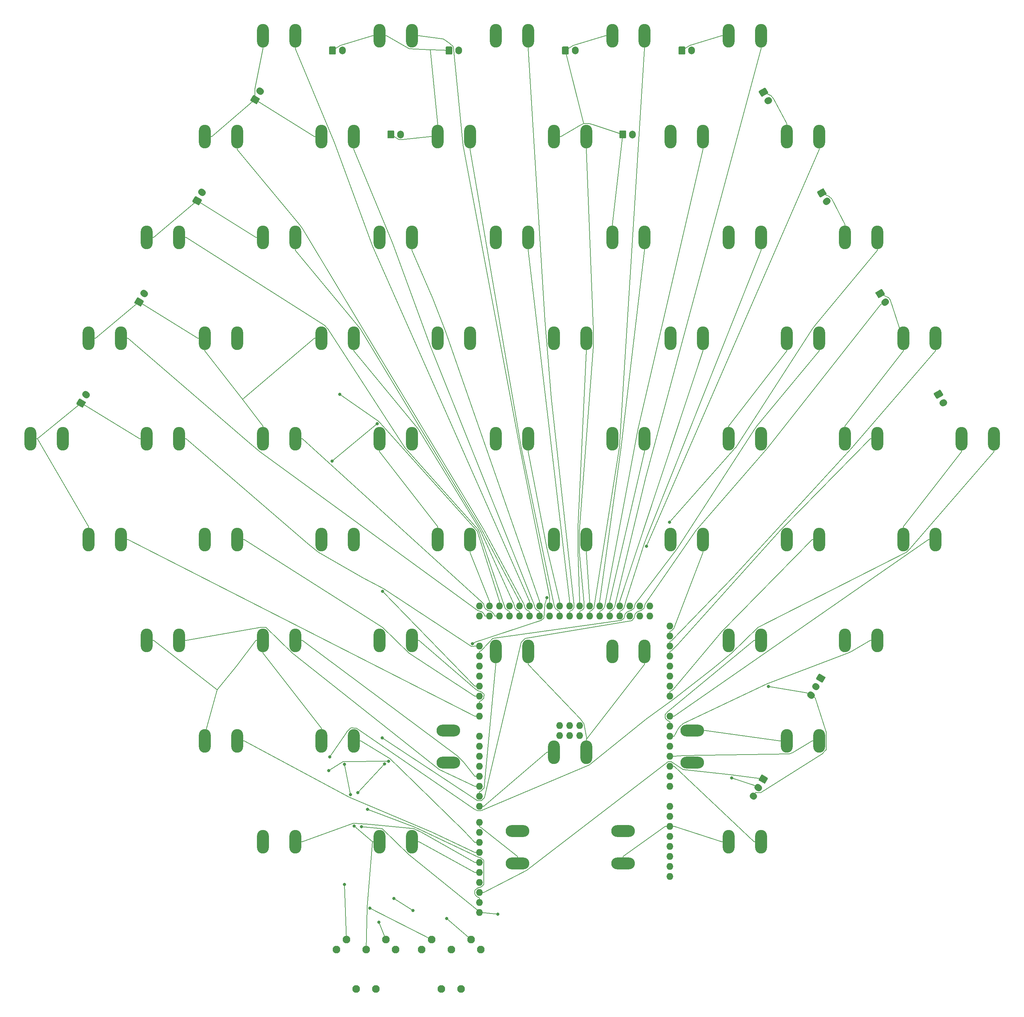
<source format=gbr>
G04 #@! TF.GenerationSoftware,KiCad,Pcbnew,(5.1.5-0-10_14)*
G04 #@! TF.CreationDate,2020-10-18T21:01:40-04:00*
G04 #@! TF.ProjectId,rainboard_newfighter,7261696e-626f-4617-9264-5f6e65776669,rev?*
G04 #@! TF.SameCoordinates,Original*
G04 #@! TF.FileFunction,Copper,L2,Bot*
G04 #@! TF.FilePolarity,Positive*
%FSLAX46Y46*%
G04 Gerber Fmt 4.6, Leading zero omitted, Abs format (unit mm)*
G04 Created by KiCad (PCBNEW (5.1.5-0-10_14)) date 2020-10-18 21:01:40*
%MOMM*%
%LPD*%
G04 APERTURE LIST*
%ADD10O,3.000000X6.000000*%
%ADD11C,1.700000*%
%ADD12C,0.100000*%
%ADD13O,1.700000X2.000000*%
%ADD14C,1.950000*%
%ADD15O,6.000000X3.000000*%
%ADD16O,1.727200X1.727200*%
%ADD17C,0.800000*%
%ADD18C,0.200600*%
G04 APERTURE END LIST*
D10*
X-77842100Y-75235000D03*
X-69642100Y-75235000D03*
X-63093700Y-100780000D03*
X-54893700Y-100780000D03*
X33596800Y-52490000D03*
X25396800Y-52490000D03*
D11*
X61260653Y-89279427D02*
X61044147Y-89154427D01*
X62510653Y-87114364D02*
X62294147Y-86989364D01*
G04 #@! TA.AperFunction,ComponentPad*
D12*
G36*
X63357164Y-83756824D02*
G01*
X63381301Y-83761216D01*
X63404892Y-83767952D01*
X63427709Y-83776969D01*
X63449532Y-83788179D01*
X64705268Y-84513179D01*
X64725887Y-84526473D01*
X64745105Y-84541725D01*
X64762734Y-84558787D01*
X64778606Y-84577495D01*
X64792569Y-84597668D01*
X64804486Y-84619113D01*
X64814245Y-84641623D01*
X64821749Y-84664980D01*
X64826929Y-84688961D01*
X64829733Y-84713334D01*
X64830134Y-84737865D01*
X64828129Y-84762317D01*
X64823737Y-84786454D01*
X64817001Y-84810045D01*
X64807984Y-84832862D01*
X64796774Y-84854685D01*
X64196774Y-85893915D01*
X64183480Y-85914534D01*
X64168228Y-85933751D01*
X64151166Y-85951381D01*
X64132458Y-85967253D01*
X64112285Y-85981216D01*
X64090840Y-85993133D01*
X64068330Y-86002891D01*
X64044973Y-86010396D01*
X64020992Y-86015576D01*
X63996619Y-86018380D01*
X63972088Y-86018781D01*
X63947636Y-86016776D01*
X63923499Y-86012384D01*
X63899908Y-86005648D01*
X63877091Y-85996631D01*
X63855268Y-85985421D01*
X62599532Y-85260421D01*
X62578913Y-85247127D01*
X62559695Y-85231875D01*
X62542066Y-85214813D01*
X62526194Y-85196105D01*
X62512231Y-85175932D01*
X62500314Y-85154487D01*
X62490555Y-85131977D01*
X62483051Y-85108620D01*
X62477871Y-85084639D01*
X62475067Y-85060266D01*
X62474666Y-85035735D01*
X62476671Y-85011283D01*
X62481063Y-84987146D01*
X62487799Y-84963555D01*
X62496816Y-84940738D01*
X62508026Y-84918915D01*
X63108026Y-83879685D01*
X63121320Y-83859066D01*
X63136572Y-83839849D01*
X63153634Y-83822219D01*
X63172342Y-83806347D01*
X63192515Y-83792384D01*
X63213960Y-83780467D01*
X63236470Y-83770709D01*
X63259827Y-83763204D01*
X63283808Y-83758024D01*
X63308181Y-83755220D01*
X63332712Y-83754819D01*
X63357164Y-83756824D01*
G37*
G04 #@! TD.AperFunction*
D11*
X75851853Y-63674227D02*
X75635347Y-63549227D01*
X77101853Y-61509164D02*
X76885347Y-61384164D01*
G04 #@! TA.AperFunction,ComponentPad*
D12*
G36*
X77948364Y-58151624D02*
G01*
X77972501Y-58156016D01*
X77996092Y-58162752D01*
X78018909Y-58171769D01*
X78040732Y-58182979D01*
X79296468Y-58907979D01*
X79317087Y-58921273D01*
X79336305Y-58936525D01*
X79353934Y-58953587D01*
X79369806Y-58972295D01*
X79383769Y-58992468D01*
X79395686Y-59013913D01*
X79405445Y-59036423D01*
X79412949Y-59059780D01*
X79418129Y-59083761D01*
X79420933Y-59108134D01*
X79421334Y-59132665D01*
X79419329Y-59157117D01*
X79414937Y-59181254D01*
X79408201Y-59204845D01*
X79399184Y-59227662D01*
X79387974Y-59249485D01*
X78787974Y-60288715D01*
X78774680Y-60309334D01*
X78759428Y-60328551D01*
X78742366Y-60346181D01*
X78723658Y-60362053D01*
X78703485Y-60376016D01*
X78682040Y-60387933D01*
X78659530Y-60397691D01*
X78636173Y-60405196D01*
X78612192Y-60410376D01*
X78587819Y-60413180D01*
X78563288Y-60413581D01*
X78538836Y-60411576D01*
X78514699Y-60407184D01*
X78491108Y-60400448D01*
X78468291Y-60391431D01*
X78446468Y-60380221D01*
X77190732Y-59655221D01*
X77170113Y-59641927D01*
X77150895Y-59626675D01*
X77133266Y-59609613D01*
X77117394Y-59590905D01*
X77103431Y-59570732D01*
X77091514Y-59549287D01*
X77081755Y-59526777D01*
X77074251Y-59503420D01*
X77069071Y-59479439D01*
X77066267Y-59455066D01*
X77065866Y-59430535D01*
X77067871Y-59406083D01*
X77072263Y-59381946D01*
X77078999Y-59358355D01*
X77088016Y-59335538D01*
X77099226Y-59313715D01*
X77699226Y-58274485D01*
X77712520Y-58253866D01*
X77727772Y-58234649D01*
X77744834Y-58217019D01*
X77763542Y-58201147D01*
X77783715Y-58187184D01*
X77805160Y-58175267D01*
X77827670Y-58165509D01*
X77851027Y-58158004D01*
X77875008Y-58152824D01*
X77899381Y-58150020D01*
X77923912Y-58149619D01*
X77948364Y-58151624D01*
G37*
G04 #@! TD.AperFunction*
D13*
X30541600Y78587600D03*
G04 #@! TA.AperFunction,ComponentPad*
D12*
G36*
X28666104Y79586396D02*
G01*
X28690373Y79582796D01*
X28714171Y79576835D01*
X28737271Y79568570D01*
X28759449Y79558080D01*
X28780493Y79545467D01*
X28800198Y79530853D01*
X28818377Y79514377D01*
X28834853Y79496198D01*
X28849467Y79476493D01*
X28862080Y79455449D01*
X28872570Y79433271D01*
X28880835Y79410171D01*
X28886796Y79386373D01*
X28890396Y79362104D01*
X28891600Y79337600D01*
X28891600Y77837600D01*
X28890396Y77813096D01*
X28886796Y77788827D01*
X28880835Y77765029D01*
X28872570Y77741929D01*
X28862080Y77719751D01*
X28849467Y77698707D01*
X28834853Y77679002D01*
X28818377Y77660823D01*
X28800198Y77644347D01*
X28780493Y77629733D01*
X28759449Y77617120D01*
X28737271Y77606630D01*
X28714171Y77598365D01*
X28690373Y77592404D01*
X28666104Y77588804D01*
X28641600Y77587600D01*
X27441600Y77587600D01*
X27417096Y77588804D01*
X27392827Y77592404D01*
X27369029Y77598365D01*
X27345929Y77606630D01*
X27323751Y77617120D01*
X27302707Y77629733D01*
X27283002Y77644347D01*
X27264823Y77660823D01*
X27248347Y77679002D01*
X27233733Y77698707D01*
X27221120Y77719751D01*
X27210630Y77741929D01*
X27202365Y77765029D01*
X27196404Y77788827D01*
X27192804Y77813096D01*
X27191600Y77837600D01*
X27191600Y79337600D01*
X27192804Y79362104D01*
X27196404Y79386373D01*
X27202365Y79410171D01*
X27210630Y79433271D01*
X27221120Y79455449D01*
X27233733Y79476493D01*
X27248347Y79496198D01*
X27264823Y79514377D01*
X27283002Y79530853D01*
X27302707Y79545467D01*
X27323751Y79558080D01*
X27345929Y79568570D01*
X27369029Y79576835D01*
X27392827Y79582796D01*
X27417096Y79586396D01*
X27441600Y79587600D01*
X28641600Y79587600D01*
X28666104Y79586396D01*
G37*
G04 #@! TD.AperFunction*
D13*
X-28234000Y78587600D03*
G04 #@! TA.AperFunction,ComponentPad*
D12*
G36*
X-30109496Y79586396D02*
G01*
X-30085227Y79582796D01*
X-30061429Y79576835D01*
X-30038329Y79568570D01*
X-30016151Y79558080D01*
X-29995107Y79545467D01*
X-29975402Y79530853D01*
X-29957223Y79514377D01*
X-29940747Y79496198D01*
X-29926133Y79476493D01*
X-29913520Y79455449D01*
X-29903030Y79433271D01*
X-29894765Y79410171D01*
X-29888804Y79386373D01*
X-29885204Y79362104D01*
X-29884000Y79337600D01*
X-29884000Y77837600D01*
X-29885204Y77813096D01*
X-29888804Y77788827D01*
X-29894765Y77765029D01*
X-29903030Y77741929D01*
X-29913520Y77719751D01*
X-29926133Y77698707D01*
X-29940747Y77679002D01*
X-29957223Y77660823D01*
X-29975402Y77644347D01*
X-29995107Y77629733D01*
X-30016151Y77617120D01*
X-30038329Y77606630D01*
X-30061429Y77598365D01*
X-30085227Y77592404D01*
X-30109496Y77588804D01*
X-30134000Y77587600D01*
X-31334000Y77587600D01*
X-31358504Y77588804D01*
X-31382773Y77592404D01*
X-31406571Y77598365D01*
X-31429671Y77606630D01*
X-31451849Y77617120D01*
X-31472893Y77629733D01*
X-31492598Y77644347D01*
X-31510777Y77660823D01*
X-31527253Y77679002D01*
X-31541867Y77698707D01*
X-31554480Y77719751D01*
X-31564970Y77741929D01*
X-31573235Y77765029D01*
X-31579196Y77788827D01*
X-31582796Y77813096D01*
X-31584000Y77837600D01*
X-31584000Y79337600D01*
X-31582796Y79362104D01*
X-31579196Y79386373D01*
X-31573235Y79410171D01*
X-31564970Y79433271D01*
X-31554480Y79455449D01*
X-31541867Y79476493D01*
X-31527253Y79496198D01*
X-31510777Y79514377D01*
X-31492598Y79530853D01*
X-31472893Y79545467D01*
X-31451849Y79558080D01*
X-31429671Y79568570D01*
X-31406571Y79576835D01*
X-31382773Y79582796D01*
X-31358504Y79586396D01*
X-31334000Y79587600D01*
X-30134000Y79587600D01*
X-30109496Y79586396D01*
G37*
G04 #@! TD.AperFunction*
D11*
X109431904Y10609936D02*
X109172096Y10459936D01*
G04 #@! TA.AperFunction,ComponentPad*
D12*
G36*
X108417870Y13844080D02*
G01*
X108442243Y13841276D01*
X108466224Y13836096D01*
X108489582Y13828591D01*
X108512091Y13818833D01*
X108533536Y13806916D01*
X108553709Y13792953D01*
X108572417Y13777081D01*
X108589479Y13759451D01*
X108604731Y13740234D01*
X108618025Y13719615D01*
X109218025Y12680385D01*
X109229235Y12658562D01*
X109238252Y12635745D01*
X109244988Y12612154D01*
X109249380Y12588017D01*
X109251385Y12563565D01*
X109250984Y12539034D01*
X109248180Y12514661D01*
X109243000Y12490680D01*
X109235495Y12467323D01*
X109225737Y12444813D01*
X109213820Y12423368D01*
X109199857Y12403195D01*
X109183985Y12384487D01*
X109166355Y12367425D01*
X109147138Y12352173D01*
X109126519Y12338879D01*
X107827481Y11588879D01*
X107805658Y11577669D01*
X107782841Y11568652D01*
X107759250Y11561916D01*
X107735113Y11557524D01*
X107710661Y11555519D01*
X107686130Y11555920D01*
X107661757Y11558724D01*
X107637776Y11563904D01*
X107614418Y11571409D01*
X107591909Y11581167D01*
X107570464Y11593084D01*
X107550291Y11607047D01*
X107531583Y11622919D01*
X107514521Y11640549D01*
X107499269Y11659766D01*
X107485975Y11680385D01*
X106885975Y12719615D01*
X106874765Y12741438D01*
X106865748Y12764255D01*
X106859012Y12787846D01*
X106854620Y12811983D01*
X106852615Y12836435D01*
X106853016Y12860966D01*
X106855820Y12885339D01*
X106861000Y12909320D01*
X106868505Y12932677D01*
X106878263Y12955187D01*
X106890180Y12976632D01*
X106904143Y12996805D01*
X106920015Y13015513D01*
X106937645Y13032575D01*
X106956862Y13047827D01*
X106977481Y13061121D01*
X108276519Y13811121D01*
X108298342Y13822331D01*
X108321159Y13831348D01*
X108344750Y13838084D01*
X108368887Y13842476D01*
X108393339Y13844481D01*
X108417870Y13844080D01*
G37*
G04 #@! TD.AperFunction*
D11*
X94648704Y36145436D02*
X94388896Y35995436D01*
G04 #@! TA.AperFunction,ComponentPad*
D12*
G36*
X93634670Y39379580D02*
G01*
X93659043Y39376776D01*
X93683024Y39371596D01*
X93706382Y39364091D01*
X93728891Y39354333D01*
X93750336Y39342416D01*
X93770509Y39328453D01*
X93789217Y39312581D01*
X93806279Y39294951D01*
X93821531Y39275734D01*
X93834825Y39255115D01*
X94434825Y38215885D01*
X94446035Y38194062D01*
X94455052Y38171245D01*
X94461788Y38147654D01*
X94466180Y38123517D01*
X94468185Y38099065D01*
X94467784Y38074534D01*
X94464980Y38050161D01*
X94459800Y38026180D01*
X94452295Y38002823D01*
X94442537Y37980313D01*
X94430620Y37958868D01*
X94416657Y37938695D01*
X94400785Y37919987D01*
X94383155Y37902925D01*
X94363938Y37887673D01*
X94343319Y37874379D01*
X93044281Y37124379D01*
X93022458Y37113169D01*
X92999641Y37104152D01*
X92976050Y37097416D01*
X92951913Y37093024D01*
X92927461Y37091019D01*
X92902930Y37091420D01*
X92878557Y37094224D01*
X92854576Y37099404D01*
X92831218Y37106909D01*
X92808709Y37116667D01*
X92787264Y37128584D01*
X92767091Y37142547D01*
X92748383Y37158419D01*
X92731321Y37176049D01*
X92716069Y37195266D01*
X92702775Y37215885D01*
X92102775Y38255115D01*
X92091565Y38276938D01*
X92082548Y38299755D01*
X92075812Y38323346D01*
X92071420Y38347483D01*
X92069415Y38371935D01*
X92069816Y38396466D01*
X92072620Y38420839D01*
X92077800Y38444820D01*
X92085305Y38468177D01*
X92095063Y38490687D01*
X92106980Y38512132D01*
X92120943Y38532305D01*
X92136815Y38551013D01*
X92154445Y38568075D01*
X92173662Y38583327D01*
X92194281Y38596621D01*
X93493319Y39346621D01*
X93515142Y39357831D01*
X93537959Y39366848D01*
X93561550Y39373584D01*
X93585687Y39377976D01*
X93610139Y39379981D01*
X93634670Y39379580D01*
G37*
G04 #@! TD.AperFunction*
D11*
X79865904Y61680836D02*
X79606096Y61530836D01*
G04 #@! TA.AperFunction,ComponentPad*
D12*
G36*
X78851870Y64914980D02*
G01*
X78876243Y64912176D01*
X78900224Y64906996D01*
X78923582Y64899491D01*
X78946091Y64889733D01*
X78967536Y64877816D01*
X78987709Y64863853D01*
X79006417Y64847981D01*
X79023479Y64830351D01*
X79038731Y64811134D01*
X79052025Y64790515D01*
X79652025Y63751285D01*
X79663235Y63729462D01*
X79672252Y63706645D01*
X79678988Y63683054D01*
X79683380Y63658917D01*
X79685385Y63634465D01*
X79684984Y63609934D01*
X79682180Y63585561D01*
X79677000Y63561580D01*
X79669495Y63538223D01*
X79659737Y63515713D01*
X79647820Y63494268D01*
X79633857Y63474095D01*
X79617985Y63455387D01*
X79600355Y63438325D01*
X79581138Y63423073D01*
X79560519Y63409779D01*
X78261481Y62659779D01*
X78239658Y62648569D01*
X78216841Y62639552D01*
X78193250Y62632816D01*
X78169113Y62628424D01*
X78144661Y62626419D01*
X78120130Y62626820D01*
X78095757Y62629624D01*
X78071776Y62634804D01*
X78048418Y62642309D01*
X78025909Y62652067D01*
X78004464Y62663984D01*
X77984291Y62677947D01*
X77965583Y62693819D01*
X77948521Y62711449D01*
X77933269Y62730666D01*
X77919975Y62751285D01*
X77319975Y63790515D01*
X77308765Y63812338D01*
X77299748Y63835155D01*
X77293012Y63858746D01*
X77288620Y63882883D01*
X77286615Y63907335D01*
X77287016Y63931866D01*
X77289820Y63956239D01*
X77295000Y63980220D01*
X77302505Y64003577D01*
X77312263Y64026087D01*
X77324180Y64047532D01*
X77338143Y64067705D01*
X77354015Y64086413D01*
X77371645Y64103475D01*
X77390862Y64118727D01*
X77411481Y64132021D01*
X78710519Y64882021D01*
X78732342Y64893231D01*
X78755159Y64902248D01*
X78778750Y64908984D01*
X78802887Y64913376D01*
X78827339Y64915381D01*
X78851870Y64914980D01*
G37*
G04 #@! TD.AperFunction*
D11*
X65083104Y87216336D02*
X64823296Y87066336D01*
G04 #@! TA.AperFunction,ComponentPad*
D12*
G36*
X64069070Y90450480D02*
G01*
X64093443Y90447676D01*
X64117424Y90442496D01*
X64140782Y90434991D01*
X64163291Y90425233D01*
X64184736Y90413316D01*
X64204909Y90399353D01*
X64223617Y90383481D01*
X64240679Y90365851D01*
X64255931Y90346634D01*
X64269225Y90326015D01*
X64869225Y89286785D01*
X64880435Y89264962D01*
X64889452Y89242145D01*
X64896188Y89218554D01*
X64900580Y89194417D01*
X64902585Y89169965D01*
X64902184Y89145434D01*
X64899380Y89121061D01*
X64894200Y89097080D01*
X64886695Y89073723D01*
X64876937Y89051213D01*
X64865020Y89029768D01*
X64851057Y89009595D01*
X64835185Y88990887D01*
X64817555Y88973825D01*
X64798338Y88958573D01*
X64777719Y88945279D01*
X63478681Y88195279D01*
X63456858Y88184069D01*
X63434041Y88175052D01*
X63410450Y88168316D01*
X63386313Y88163924D01*
X63361861Y88161919D01*
X63337330Y88162320D01*
X63312957Y88165124D01*
X63288976Y88170304D01*
X63265618Y88177809D01*
X63243109Y88187567D01*
X63221664Y88199484D01*
X63201491Y88213447D01*
X63182783Y88229319D01*
X63165721Y88246949D01*
X63150469Y88266166D01*
X63137175Y88286785D01*
X62537175Y89326015D01*
X62525965Y89347838D01*
X62516948Y89370655D01*
X62510212Y89394246D01*
X62505820Y89418383D01*
X62503815Y89442835D01*
X62504216Y89467366D01*
X62507020Y89491739D01*
X62512200Y89515720D01*
X62519705Y89539077D01*
X62529463Y89561587D01*
X62541380Y89583032D01*
X62555343Y89603205D01*
X62571215Y89621913D01*
X62588845Y89638975D01*
X62608062Y89654227D01*
X62628681Y89667521D01*
X63927719Y90417521D01*
X63949542Y90428731D01*
X63972359Y90437748D01*
X63995950Y90444484D01*
X64020087Y90448876D01*
X64044539Y90450881D01*
X64069070Y90450480D01*
G37*
G04 #@! TD.AperFunction*
D13*
X45527600Y99872800D03*
G04 #@! TA.AperFunction,ComponentPad*
D12*
G36*
X43652104Y100871596D02*
G01*
X43676373Y100867996D01*
X43700171Y100862035D01*
X43723271Y100853770D01*
X43745449Y100843280D01*
X43766493Y100830667D01*
X43786198Y100816053D01*
X43804377Y100799577D01*
X43820853Y100781398D01*
X43835467Y100761693D01*
X43848080Y100740649D01*
X43858570Y100718471D01*
X43866835Y100695371D01*
X43872796Y100671573D01*
X43876396Y100647304D01*
X43877600Y100622800D01*
X43877600Y99122800D01*
X43876396Y99098296D01*
X43872796Y99074027D01*
X43866835Y99050229D01*
X43858570Y99027129D01*
X43848080Y99004951D01*
X43835467Y98983907D01*
X43820853Y98964202D01*
X43804377Y98946023D01*
X43786198Y98929547D01*
X43766493Y98914933D01*
X43745449Y98902320D01*
X43723271Y98891830D01*
X43700171Y98883565D01*
X43676373Y98877604D01*
X43652104Y98874004D01*
X43627600Y98872800D01*
X42427600Y98872800D01*
X42403096Y98874004D01*
X42378827Y98877604D01*
X42355029Y98883565D01*
X42331929Y98891830D01*
X42309751Y98902320D01*
X42288707Y98914933D01*
X42269002Y98929547D01*
X42250823Y98946023D01*
X42234347Y98964202D01*
X42219733Y98983907D01*
X42207120Y99004951D01*
X42196630Y99027129D01*
X42188365Y99050229D01*
X42182404Y99074027D01*
X42178804Y99098296D01*
X42177600Y99122800D01*
X42177600Y100622800D01*
X42178804Y100647304D01*
X42182404Y100671573D01*
X42188365Y100695371D01*
X42196630Y100718471D01*
X42207120Y100740649D01*
X42219733Y100761693D01*
X42234347Y100781398D01*
X42250823Y100799577D01*
X42269002Y100816053D01*
X42288707Y100830667D01*
X42309751Y100843280D01*
X42331929Y100853770D01*
X42355029Y100862035D01*
X42378827Y100867996D01*
X42403096Y100871596D01*
X42427600Y100872800D01*
X43627600Y100872800D01*
X43652104Y100871596D01*
G37*
G04 #@! TD.AperFunction*
D13*
X16012800Y99872800D03*
G04 #@! TA.AperFunction,ComponentPad*
D12*
G36*
X14137304Y100871596D02*
G01*
X14161573Y100867996D01*
X14185371Y100862035D01*
X14208471Y100853770D01*
X14230649Y100843280D01*
X14251693Y100830667D01*
X14271398Y100816053D01*
X14289577Y100799577D01*
X14306053Y100781398D01*
X14320667Y100761693D01*
X14333280Y100740649D01*
X14343770Y100718471D01*
X14352035Y100695371D01*
X14357996Y100671573D01*
X14361596Y100647304D01*
X14362800Y100622800D01*
X14362800Y99122800D01*
X14361596Y99098296D01*
X14357996Y99074027D01*
X14352035Y99050229D01*
X14343770Y99027129D01*
X14333280Y99004951D01*
X14320667Y98983907D01*
X14306053Y98964202D01*
X14289577Y98946023D01*
X14271398Y98929547D01*
X14251693Y98914933D01*
X14230649Y98902320D01*
X14208471Y98891830D01*
X14185371Y98883565D01*
X14161573Y98877604D01*
X14137304Y98874004D01*
X14112800Y98872800D01*
X12912800Y98872800D01*
X12888296Y98874004D01*
X12864027Y98877604D01*
X12840229Y98883565D01*
X12817129Y98891830D01*
X12794951Y98902320D01*
X12773907Y98914933D01*
X12754202Y98929547D01*
X12736023Y98946023D01*
X12719547Y98964202D01*
X12704933Y98983907D01*
X12692320Y99004951D01*
X12681830Y99027129D01*
X12673565Y99050229D01*
X12667604Y99074027D01*
X12664004Y99098296D01*
X12662800Y99122800D01*
X12662800Y100622800D01*
X12664004Y100647304D01*
X12667604Y100671573D01*
X12673565Y100695371D01*
X12681830Y100718471D01*
X12692320Y100740649D01*
X12704933Y100761693D01*
X12719547Y100781398D01*
X12736023Y100799577D01*
X12754202Y100816053D01*
X12773907Y100830667D01*
X12794951Y100843280D01*
X12817129Y100853770D01*
X12840229Y100862035D01*
X12864027Y100867996D01*
X12888296Y100871596D01*
X12912800Y100872800D01*
X14112800Y100872800D01*
X14137304Y100871596D01*
G37*
G04 #@! TD.AperFunction*
D13*
X-13502000Y99872800D03*
G04 #@! TA.AperFunction,ComponentPad*
D12*
G36*
X-15377496Y100871596D02*
G01*
X-15353227Y100867996D01*
X-15329429Y100862035D01*
X-15306329Y100853770D01*
X-15284151Y100843280D01*
X-15263107Y100830667D01*
X-15243402Y100816053D01*
X-15225223Y100799577D01*
X-15208747Y100781398D01*
X-15194133Y100761693D01*
X-15181520Y100740649D01*
X-15171030Y100718471D01*
X-15162765Y100695371D01*
X-15156804Y100671573D01*
X-15153204Y100647304D01*
X-15152000Y100622800D01*
X-15152000Y99122800D01*
X-15153204Y99098296D01*
X-15156804Y99074027D01*
X-15162765Y99050229D01*
X-15171030Y99027129D01*
X-15181520Y99004951D01*
X-15194133Y98983907D01*
X-15208747Y98964202D01*
X-15225223Y98946023D01*
X-15243402Y98929547D01*
X-15263107Y98914933D01*
X-15284151Y98902320D01*
X-15306329Y98891830D01*
X-15329429Y98883565D01*
X-15353227Y98877604D01*
X-15377496Y98874004D01*
X-15402000Y98872800D01*
X-16602000Y98872800D01*
X-16626504Y98874004D01*
X-16650773Y98877604D01*
X-16674571Y98883565D01*
X-16697671Y98891830D01*
X-16719849Y98902320D01*
X-16740893Y98914933D01*
X-16760598Y98929547D01*
X-16778777Y98946023D01*
X-16795253Y98964202D01*
X-16809867Y98983907D01*
X-16822480Y99004951D01*
X-16832970Y99027129D01*
X-16841235Y99050229D01*
X-16847196Y99074027D01*
X-16850796Y99098296D01*
X-16852000Y99122800D01*
X-16852000Y100622800D01*
X-16850796Y100647304D01*
X-16847196Y100671573D01*
X-16841235Y100695371D01*
X-16832970Y100718471D01*
X-16822480Y100740649D01*
X-16809867Y100761693D01*
X-16795253Y100781398D01*
X-16778777Y100799577D01*
X-16760598Y100816053D01*
X-16740893Y100830667D01*
X-16719849Y100843280D01*
X-16697671Y100853770D01*
X-16674571Y100862035D01*
X-16650773Y100867996D01*
X-16626504Y100871596D01*
X-16602000Y100872800D01*
X-15402000Y100872800D01*
X-15377496Y100871596D01*
G37*
G04 #@! TD.AperFunction*
D13*
X-43016800Y99872800D03*
G04 #@! TA.AperFunction,ComponentPad*
D12*
G36*
X-44892296Y100871596D02*
G01*
X-44868027Y100867996D01*
X-44844229Y100862035D01*
X-44821129Y100853770D01*
X-44798951Y100843280D01*
X-44777907Y100830667D01*
X-44758202Y100816053D01*
X-44740023Y100799577D01*
X-44723547Y100781398D01*
X-44708933Y100761693D01*
X-44696320Y100740649D01*
X-44685830Y100718471D01*
X-44677565Y100695371D01*
X-44671604Y100671573D01*
X-44668004Y100647304D01*
X-44666800Y100622800D01*
X-44666800Y99122800D01*
X-44668004Y99098296D01*
X-44671604Y99074027D01*
X-44677565Y99050229D01*
X-44685830Y99027129D01*
X-44696320Y99004951D01*
X-44708933Y98983907D01*
X-44723547Y98964202D01*
X-44740023Y98946023D01*
X-44758202Y98929547D01*
X-44777907Y98914933D01*
X-44798951Y98902320D01*
X-44821129Y98891830D01*
X-44844229Y98883565D01*
X-44868027Y98877604D01*
X-44892296Y98874004D01*
X-44916800Y98872800D01*
X-46116800Y98872800D01*
X-46141304Y98874004D01*
X-46165573Y98877604D01*
X-46189371Y98883565D01*
X-46212471Y98891830D01*
X-46234649Y98902320D01*
X-46255693Y98914933D01*
X-46275398Y98929547D01*
X-46293577Y98946023D01*
X-46310053Y98964202D01*
X-46324667Y98983907D01*
X-46337280Y99004951D01*
X-46347770Y99027129D01*
X-46356035Y99050229D01*
X-46361996Y99074027D01*
X-46365596Y99098296D01*
X-46366800Y99122800D01*
X-46366800Y100622800D01*
X-46365596Y100647304D01*
X-46361996Y100671573D01*
X-46356035Y100695371D01*
X-46347770Y100718471D01*
X-46337280Y100740649D01*
X-46324667Y100761693D01*
X-46310053Y100781398D01*
X-46293577Y100799577D01*
X-46275398Y100816053D01*
X-46255693Y100830667D01*
X-46234649Y100843280D01*
X-46212471Y100853770D01*
X-46189371Y100862035D01*
X-46165573Y100867996D01*
X-46141304Y100871596D01*
X-46116800Y100872800D01*
X-44916800Y100872800D01*
X-44892296Y100871596D01*
G37*
G04 #@! TD.AperFunction*
D11*
X-64005504Y89666864D02*
X-63745696Y89516864D01*
G04 #@! TA.AperFunction,ComponentPad*
D12*
G36*
X-65442487Y88569276D02*
G01*
X-65418350Y88564884D01*
X-65394759Y88558148D01*
X-65371942Y88549131D01*
X-65350119Y88537921D01*
X-64051081Y87787921D01*
X-64030462Y87774627D01*
X-64011245Y87759375D01*
X-63993615Y87742313D01*
X-63977743Y87723605D01*
X-63963780Y87703432D01*
X-63951863Y87681987D01*
X-63942105Y87659478D01*
X-63934600Y87636120D01*
X-63929420Y87612139D01*
X-63926616Y87587766D01*
X-63926215Y87563235D01*
X-63928220Y87538783D01*
X-63932612Y87514646D01*
X-63939348Y87491055D01*
X-63948365Y87468238D01*
X-63959575Y87446415D01*
X-64559575Y86407185D01*
X-64572869Y86386566D01*
X-64588121Y86367349D01*
X-64605183Y86349719D01*
X-64623891Y86333847D01*
X-64644064Y86319884D01*
X-64665509Y86307967D01*
X-64688019Y86298209D01*
X-64711376Y86290704D01*
X-64735357Y86285524D01*
X-64759730Y86282720D01*
X-64784261Y86282319D01*
X-64808713Y86284324D01*
X-64832850Y86288716D01*
X-64856441Y86295452D01*
X-64879258Y86304469D01*
X-64901081Y86315679D01*
X-66200119Y87065679D01*
X-66220738Y87078973D01*
X-66239955Y87094225D01*
X-66257585Y87111287D01*
X-66273457Y87129995D01*
X-66287420Y87150168D01*
X-66299337Y87171613D01*
X-66309095Y87194122D01*
X-66316600Y87217480D01*
X-66321780Y87241461D01*
X-66324584Y87265834D01*
X-66324985Y87290365D01*
X-66322980Y87314817D01*
X-66318588Y87338954D01*
X-66311852Y87362545D01*
X-66302835Y87385362D01*
X-66291625Y87407185D01*
X-65691625Y88446415D01*
X-65678331Y88467034D01*
X-65663079Y88486251D01*
X-65646017Y88503881D01*
X-65627309Y88519753D01*
X-65607136Y88533716D01*
X-65585691Y88545633D01*
X-65563181Y88555391D01*
X-65539824Y88562896D01*
X-65515843Y88568076D01*
X-65491470Y88570880D01*
X-65466939Y88571281D01*
X-65442487Y88569276D01*
G37*
G04 #@! TD.AperFunction*
D11*
X-78703604Y64012864D02*
X-78443796Y63862864D01*
G04 #@! TA.AperFunction,ComponentPad*
D12*
G36*
X-80140587Y62915276D02*
G01*
X-80116450Y62910884D01*
X-80092859Y62904148D01*
X-80070042Y62895131D01*
X-80048219Y62883921D01*
X-78749181Y62133921D01*
X-78728562Y62120627D01*
X-78709345Y62105375D01*
X-78691715Y62088313D01*
X-78675843Y62069605D01*
X-78661880Y62049432D01*
X-78649963Y62027987D01*
X-78640205Y62005478D01*
X-78632700Y61982120D01*
X-78627520Y61958139D01*
X-78624716Y61933766D01*
X-78624315Y61909235D01*
X-78626320Y61884783D01*
X-78630712Y61860646D01*
X-78637448Y61837055D01*
X-78646465Y61814238D01*
X-78657675Y61792415D01*
X-79257675Y60753185D01*
X-79270969Y60732566D01*
X-79286221Y60713349D01*
X-79303283Y60695719D01*
X-79321991Y60679847D01*
X-79342164Y60665884D01*
X-79363609Y60653967D01*
X-79386119Y60644209D01*
X-79409476Y60636704D01*
X-79433457Y60631524D01*
X-79457830Y60628720D01*
X-79482361Y60628319D01*
X-79506813Y60630324D01*
X-79530950Y60634716D01*
X-79554541Y60641452D01*
X-79577358Y60650469D01*
X-79599181Y60661679D01*
X-80898219Y61411679D01*
X-80918838Y61424973D01*
X-80938055Y61440225D01*
X-80955685Y61457287D01*
X-80971557Y61475995D01*
X-80985520Y61496168D01*
X-80997437Y61517613D01*
X-81007195Y61540122D01*
X-81014700Y61563480D01*
X-81019880Y61587461D01*
X-81022684Y61611834D01*
X-81023085Y61636365D01*
X-81021080Y61660817D01*
X-81016688Y61684954D01*
X-81009952Y61708545D01*
X-81000935Y61731362D01*
X-80989725Y61753185D01*
X-80389725Y62792415D01*
X-80376431Y62813034D01*
X-80361179Y62832251D01*
X-80344117Y62849881D01*
X-80325409Y62865753D01*
X-80305236Y62879716D01*
X-80283791Y62891633D01*
X-80261281Y62901391D01*
X-80237924Y62908896D01*
X-80213943Y62914076D01*
X-80189570Y62916880D01*
X-80165039Y62917281D01*
X-80140587Y62915276D01*
G37*
G04 #@! TD.AperFunction*
D11*
X-93401804Y38358864D02*
X-93141996Y38208864D01*
G04 #@! TA.AperFunction,ComponentPad*
D12*
G36*
X-94838787Y37261276D02*
G01*
X-94814650Y37256884D01*
X-94791059Y37250148D01*
X-94768242Y37241131D01*
X-94746419Y37229921D01*
X-93447381Y36479921D01*
X-93426762Y36466627D01*
X-93407545Y36451375D01*
X-93389915Y36434313D01*
X-93374043Y36415605D01*
X-93360080Y36395432D01*
X-93348163Y36373987D01*
X-93338405Y36351478D01*
X-93330900Y36328120D01*
X-93325720Y36304139D01*
X-93322916Y36279766D01*
X-93322515Y36255235D01*
X-93324520Y36230783D01*
X-93328912Y36206646D01*
X-93335648Y36183055D01*
X-93344665Y36160238D01*
X-93355875Y36138415D01*
X-93955875Y35099185D01*
X-93969169Y35078566D01*
X-93984421Y35059349D01*
X-94001483Y35041719D01*
X-94020191Y35025847D01*
X-94040364Y35011884D01*
X-94061809Y34999967D01*
X-94084319Y34990209D01*
X-94107676Y34982704D01*
X-94131657Y34977524D01*
X-94156030Y34974720D01*
X-94180561Y34974319D01*
X-94205013Y34976324D01*
X-94229150Y34980716D01*
X-94252741Y34987452D01*
X-94275558Y34996469D01*
X-94297381Y35007679D01*
X-95596419Y35757679D01*
X-95617038Y35770973D01*
X-95636255Y35786225D01*
X-95653885Y35803287D01*
X-95669757Y35821995D01*
X-95683720Y35842168D01*
X-95695637Y35863613D01*
X-95705395Y35886122D01*
X-95712900Y35909480D01*
X-95718080Y35933461D01*
X-95720884Y35957834D01*
X-95721285Y35982365D01*
X-95719280Y36006817D01*
X-95714888Y36030954D01*
X-95708152Y36054545D01*
X-95699135Y36077362D01*
X-95687925Y36099185D01*
X-95087925Y37138415D01*
X-95074631Y37159034D01*
X-95059379Y37178251D01*
X-95042317Y37195881D01*
X-95023609Y37211753D01*
X-95003436Y37225716D01*
X-94981991Y37237633D01*
X-94959481Y37247391D01*
X-94936124Y37254896D01*
X-94912143Y37260076D01*
X-94887770Y37262880D01*
X-94863239Y37263281D01*
X-94838787Y37261276D01*
G37*
G04 #@! TD.AperFunction*
D11*
X-108099904Y12704864D02*
X-107840096Y12554864D01*
G04 #@! TA.AperFunction,ComponentPad*
D12*
G36*
X-109536887Y11607276D02*
G01*
X-109512750Y11602884D01*
X-109489159Y11596148D01*
X-109466342Y11587131D01*
X-109444519Y11575921D01*
X-108145481Y10825921D01*
X-108124862Y10812627D01*
X-108105645Y10797375D01*
X-108088015Y10780313D01*
X-108072143Y10761605D01*
X-108058180Y10741432D01*
X-108046263Y10719987D01*
X-108036505Y10697478D01*
X-108029000Y10674120D01*
X-108023820Y10650139D01*
X-108021016Y10625766D01*
X-108020615Y10601235D01*
X-108022620Y10576783D01*
X-108027012Y10552646D01*
X-108033748Y10529055D01*
X-108042765Y10506238D01*
X-108053975Y10484415D01*
X-108653975Y9445185D01*
X-108667269Y9424566D01*
X-108682521Y9405349D01*
X-108699583Y9387719D01*
X-108718291Y9371847D01*
X-108738464Y9357884D01*
X-108759909Y9345967D01*
X-108782419Y9336209D01*
X-108805776Y9328704D01*
X-108829757Y9323524D01*
X-108854130Y9320720D01*
X-108878661Y9320319D01*
X-108903113Y9322324D01*
X-108927250Y9326716D01*
X-108950841Y9333452D01*
X-108973658Y9342469D01*
X-108995481Y9353679D01*
X-110294519Y10103679D01*
X-110315138Y10116973D01*
X-110334355Y10132225D01*
X-110351985Y10149287D01*
X-110367857Y10167995D01*
X-110381820Y10188168D01*
X-110393737Y10209613D01*
X-110403495Y10232122D01*
X-110411000Y10255480D01*
X-110416180Y10279461D01*
X-110418984Y10303834D01*
X-110419385Y10328365D01*
X-110417380Y10352817D01*
X-110412988Y10376954D01*
X-110406252Y10400545D01*
X-110397235Y10423362D01*
X-110386025Y10445185D01*
X-109786025Y11484415D01*
X-109772731Y11505034D01*
X-109757479Y11524251D01*
X-109740417Y11541881D01*
X-109721709Y11557753D01*
X-109701536Y11571716D01*
X-109680091Y11583633D01*
X-109657581Y11593391D01*
X-109634224Y11600896D01*
X-109610243Y11606076D01*
X-109585870Y11608880D01*
X-109561339Y11609281D01*
X-109536887Y11607276D01*
G37*
G04 #@! TD.AperFunction*
D14*
X-34500000Y-138100000D03*
X-39500000Y-138100000D03*
X-44500000Y-128100000D03*
X-42000000Y-125600000D03*
X-29500000Y-128100000D03*
X-32000000Y-125600000D03*
X-37000000Y-128100000D03*
X-12900000Y-138100000D03*
X-17900000Y-138100000D03*
X-22900000Y-128100000D03*
X-20400000Y-125600000D03*
X-7900000Y-128100000D03*
X-10400000Y-125600000D03*
X-15400000Y-128100000D03*
D15*
X28096800Y-106280000D03*
X28096800Y-98080000D03*
X1400000Y-98080000D03*
X1400000Y-106280000D03*
X-16148400Y-80735000D03*
X-16148400Y-72535000D03*
X45645200Y-72535000D03*
X45645200Y-80735000D03*
D10*
X40145200Y-24145000D03*
X48345200Y-24145000D03*
X-18848400Y-24145000D03*
X-10648400Y-24145000D03*
X4100000Y-52490000D03*
X-4100000Y-52490000D03*
X10648400Y-24145000D03*
X18848400Y-24145000D03*
X-63093700Y103580000D03*
X-54893700Y103580000D03*
X-33596800Y103580000D03*
X-25396800Y103580000D03*
X-4100000Y103580000D03*
X4100000Y103580000D03*
X25396800Y103580000D03*
X33596800Y103580000D03*
X54893700Y103580000D03*
X63093700Y103580000D03*
X-77842100Y78035000D03*
X-69642100Y78035000D03*
X-48345200Y78035000D03*
X-40145200Y78035000D03*
X-18848400Y78035000D03*
X-10648400Y78035000D03*
X10648400Y78035000D03*
X18848400Y78035000D03*
X40145200Y78035000D03*
X48345200Y78035000D03*
X69642100Y78035000D03*
X77842100Y78035000D03*
X-92590500Y52490000D03*
X-84390500Y52490000D03*
X-63093700Y52490000D03*
X-54893700Y52490000D03*
X-33596800Y52490000D03*
X-25396800Y52490000D03*
X-4100000Y52490000D03*
X4100000Y52490000D03*
X25396800Y52490000D03*
X33596800Y52490000D03*
X54893700Y52490000D03*
X63093700Y52490000D03*
X84390500Y52490000D03*
X92590500Y52490000D03*
X-107339000Y26945000D03*
X-99139000Y26945000D03*
X-77842100Y26945000D03*
X-69642100Y26945000D03*
X-48345200Y26945000D03*
X-40145200Y26945000D03*
X-18848400Y26945000D03*
X-10648400Y26945000D03*
X10648400Y26945000D03*
X18848400Y26945000D03*
X40145200Y26945000D03*
X48345200Y26945000D03*
X69642100Y26945000D03*
X77842100Y26945000D03*
X99139000Y26945000D03*
X107339000Y26945000D03*
X-122087000Y1400000D03*
X-113887000Y1400000D03*
X-92590500Y1400000D03*
X-84390500Y1400000D03*
X-63093700Y1400000D03*
X-54893700Y1400000D03*
X-33596800Y1400000D03*
X-25396800Y1400000D03*
X-4100000Y1400000D03*
X4100000Y1400000D03*
X25396800Y1400000D03*
X33596800Y1400000D03*
X54893700Y1400000D03*
X63093700Y1400000D03*
X84390500Y1400000D03*
X92590500Y1400000D03*
X113887000Y1400000D03*
X122087000Y1400000D03*
X-107339000Y-24145000D03*
X-99139000Y-24145000D03*
X-77842100Y-24145000D03*
X-69642100Y-24145000D03*
X-48345200Y-24145000D03*
X-40145200Y-24145000D03*
X69642100Y-24145000D03*
X77842100Y-24145000D03*
X99139000Y-24145000D03*
X107339000Y-24145000D03*
X-92590500Y-49690000D03*
X-84390500Y-49690000D03*
X-63093700Y-49690000D03*
X-54893700Y-49690000D03*
X-33596800Y-49690000D03*
X-25396800Y-49690000D03*
X54893700Y-49690000D03*
X63093700Y-49690000D03*
X84390500Y-49690000D03*
X92590500Y-49690000D03*
X-48345200Y-75235000D03*
X-40145200Y-75235000D03*
X18848400Y-78035000D03*
X10648400Y-78035000D03*
X69642100Y-75235000D03*
X77842100Y-75235000D03*
X-33596800Y-100780000D03*
X-25396800Y-100780000D03*
X54893700Y-100780000D03*
X63093700Y-100780000D03*
D16*
X12020000Y-73873000D03*
X34880000Y-40980000D03*
X34880000Y-43520000D03*
X32340000Y-40980000D03*
X32340000Y-43520000D03*
X29800000Y-40980000D03*
X29800000Y-43520000D03*
X27260000Y-40980000D03*
X27260000Y-43520000D03*
X24720000Y-40980000D03*
X24720000Y-43520000D03*
X22180000Y-40980000D03*
X22180000Y-43520000D03*
X19640000Y-40980000D03*
X19640000Y-43520000D03*
X17100000Y-40980000D03*
X17100000Y-43520000D03*
X14560000Y-40980000D03*
X14560000Y-43520000D03*
X12020000Y-40980000D03*
X12020000Y-43520000D03*
X9480000Y-40980000D03*
X9480000Y-43520000D03*
X6940000Y-40980000D03*
X6940000Y-43520000D03*
X4400000Y-40980000D03*
X4400000Y-43520000D03*
X1860000Y-40980000D03*
X1860000Y-43520000D03*
X-680000Y-40980000D03*
X-680000Y-43520000D03*
X-3220000Y-40980000D03*
X-3220000Y-43520000D03*
X-5760000Y-40980000D03*
X-5760000Y-43520000D03*
X-8300000Y-40980000D03*
X-8300000Y-43520000D03*
X39960000Y-46060000D03*
X39960000Y-48600000D03*
X39960000Y-51140000D03*
X39960000Y-53680000D03*
X39960000Y-56220000D03*
X39960000Y-58760000D03*
X39960000Y-61300000D03*
X39960000Y-63840000D03*
X39960000Y-68920000D03*
X39960000Y-71460000D03*
X39960000Y-74000000D03*
X39960000Y-76540000D03*
X39960000Y-79080000D03*
X39960000Y-81620000D03*
X39960000Y-84160000D03*
X39960000Y-109560000D03*
X-8300000Y-103464000D03*
X-8300000Y-106004000D03*
X-8300000Y-108544000D03*
X-8300000Y-113624000D03*
X-8300000Y-116164000D03*
X-8300000Y-118704000D03*
X-8300000Y-100924000D03*
X-8300000Y-98384000D03*
X-8300000Y-95844000D03*
X-8300000Y-111084000D03*
X-8300000Y-91780000D03*
X-8300000Y-89240000D03*
X-8300000Y-86700000D03*
X-8300000Y-84160000D03*
X-8300000Y-81620000D03*
X-8300000Y-79080000D03*
X-8300000Y-76540000D03*
X-8300000Y-74000000D03*
X-8300000Y-68920000D03*
X-8300000Y-66380000D03*
X-8300000Y-63840000D03*
X-8300000Y-61300000D03*
X-8300000Y-58760000D03*
X-8300000Y-56220000D03*
X-8300000Y-53680000D03*
X-8300000Y-51140000D03*
X39960000Y-107020000D03*
X39960000Y-104480000D03*
X39960000Y-101940000D03*
X39960000Y-99400000D03*
X39960000Y-96860000D03*
X39960000Y-94320000D03*
X39960000Y-91780000D03*
X39960000Y-86700000D03*
X12020000Y-71333000D03*
X14560000Y-73873000D03*
X14560000Y-71333000D03*
X17100000Y-71333000D03*
X17100000Y-73873000D03*
D17*
X-40009800Y-96802100D03*
X34090900Y-25821600D03*
X-46184900Y-79272800D03*
X-32834100Y-37288900D03*
X39864900Y-19705500D03*
X-43623800Y12654800D03*
X55649100Y-84625000D03*
X-42517400Y-81108500D03*
X-40916300Y-88807900D03*
X-38184400Y-96983700D03*
X-3579700Y-119160400D03*
X-36669000Y-92569400D03*
X-33721000Y-121156800D03*
X-39115500Y-88340000D03*
X-32316000Y-81074700D03*
X-16559600Y-120263300D03*
X-42461300Y-111570300D03*
X-10044800Y-50585700D03*
X8844100Y-38868600D03*
X-32948900Y-74422300D03*
X-31272800Y-80361500D03*
X-46468700Y-82770100D03*
X64931100Y-61414300D03*
X-34186300Y5250500D03*
X-45648800Y-4241200D03*
X-36044100Y-117576300D03*
X-25089400Y-118198000D03*
X-29982600Y-115136000D03*
D18*
X-54893700Y103580000D02*
X-54893700Y100301600D01*
X4400000Y-40980000D02*
X4400000Y-39838000D01*
X4400000Y-39838000D02*
X-35361500Y50260700D01*
X-35361500Y50260700D02*
X-44990800Y76547000D01*
X-44990800Y76547000D02*
X-54893700Y100301600D01*
X54893700Y103580000D02*
X53115300Y103580000D01*
X43027600Y99872800D02*
X45063900Y101138500D01*
X45063900Y101138500D02*
X53115300Y103580000D01*
X25396800Y103580000D02*
X23618400Y103580000D01*
X23618400Y103580000D02*
X15549200Y101138500D01*
X15549200Y101138500D02*
X13512800Y99872800D01*
X13512800Y99872800D02*
X18172300Y81323500D01*
X-20704400Y100027700D02*
X-20733400Y100024800D01*
X-20733400Y100024800D02*
X-20737500Y100066000D01*
X-20737500Y100066000D02*
X-21029400Y100037000D01*
X-21029400Y100037000D02*
X-26082500Y100284100D01*
X-26082500Y100284100D02*
X-31818400Y103580000D01*
X-16002000Y99872800D02*
X-20440600Y100053800D01*
X-20440600Y100053800D02*
X-20704400Y100027700D01*
X-20704400Y100027700D02*
X-18848400Y81313400D01*
X-18848400Y78035000D02*
X-20626800Y78035000D01*
X-30734000Y78587600D02*
X-28670600Y77305000D01*
X-28670600Y77305000D02*
X-27836900Y77309100D01*
X-27836900Y77309100D02*
X-20626800Y78035000D01*
X-18848400Y78035000D02*
X-18848400Y81313400D01*
X99139000Y26417100D02*
X96303200Y35283200D01*
X96303200Y35283200D02*
X95791900Y36730000D01*
X95791900Y36730000D02*
X95333800Y37210200D01*
X95333800Y37210200D02*
X95117200Y37348500D01*
X95117200Y37348500D02*
X93268800Y38235500D01*
X99139000Y26417100D02*
X99139000Y23666600D01*
X99139000Y26945000D02*
X99139000Y26417100D01*
X69642100Y78035000D02*
X69642100Y81313400D01*
X69642100Y81313400D02*
X66273700Y87709600D01*
X66273700Y87709600D02*
X65520400Y88462900D01*
X65520400Y88462900D02*
X63703200Y89306400D01*
X-92590500Y52490000D02*
X-90812100Y52490000D01*
X-90812100Y52490000D02*
X-79823700Y61772800D01*
X-107339000Y-24145000D02*
X-107339000Y-20866600D01*
X-107339000Y-20866600D02*
X-107339200Y-20866600D01*
X-107339200Y-20866600D02*
X-120308600Y1400000D01*
X45645200Y-72535000D02*
X48923600Y-72535000D01*
X69642100Y-75235000D02*
X67863700Y-75235000D01*
X67863700Y-75235000D02*
X48923600Y-72535000D01*
X18172300Y81323500D02*
X19535800Y81313300D01*
X19535800Y81313300D02*
X20448900Y81089200D01*
X20448900Y81089200D02*
X28041600Y78587600D01*
X12426800Y78035000D02*
X17258200Y80916000D01*
X17258200Y80916000D02*
X18172300Y81323500D01*
X10648400Y78035000D02*
X12426800Y78035000D01*
X-48345200Y-71956600D02*
X-63093700Y-52968400D01*
X-33596800Y103580000D02*
X-35375200Y103580000D01*
X-45516800Y99872800D02*
X-43480400Y101138600D01*
X-43480400Y101138600D02*
X-35375200Y103580000D01*
X-33596800Y103580000D02*
X-31818400Y103580000D01*
X-48345200Y26945000D02*
X-50123600Y26945000D01*
X-68331400Y11421600D02*
X-63093900Y4678400D01*
X-63093900Y4678400D02*
X-63093700Y4678400D01*
X-50123600Y26945000D02*
X-68329400Y11423100D01*
X-68329400Y11423100D02*
X-68331400Y11421600D01*
X-68331400Y11421600D02*
X-77842100Y23666600D01*
X-77842100Y26945000D02*
X-77842100Y23666600D01*
X-63093700Y1400000D02*
X-63093700Y4678400D01*
X-18848400Y-24145000D02*
X-18848400Y-20866600D01*
X-33596800Y1400000D02*
X-33596800Y-1878400D01*
X-33596800Y-1878400D02*
X-33596600Y-1878400D01*
X-33596600Y-1878400D02*
X-18848400Y-20866600D01*
X-35375200Y-100780000D02*
X-36722500Y-117295400D01*
X-36722500Y-117295400D02*
X-36722500Y-117556200D01*
X-36722500Y-117556200D02*
X-37000000Y-128100000D01*
X-40009800Y-96802100D02*
X-35375200Y-100780000D01*
X-63093700Y103580000D02*
X-63093700Y100301600D01*
X-63093700Y100301600D02*
X-65196100Y90160100D01*
X-65196100Y90160100D02*
X-65196100Y89825700D01*
X-65196100Y89825700D02*
X-65196600Y89822400D01*
X-65196600Y89822400D02*
X-65196100Y89758900D01*
X-65196100Y89758900D02*
X-65196100Y89173700D01*
X-65196100Y89173700D02*
X-65125600Y87426800D01*
X-50123600Y78035000D02*
X-65125600Y87426800D01*
X-48345200Y78035000D02*
X-50123600Y78035000D01*
X-76063700Y78035000D02*
X-65125600Y87426800D01*
X-63093700Y-49690000D02*
X-63093700Y-52968400D01*
X-48345200Y-75235000D02*
X-48345200Y-71956600D01*
X-74730300Y-62248400D02*
X-74730000Y-62248100D01*
X-74730000Y-62248100D02*
X-69864400Y-56198100D01*
X-69864400Y-56198100D02*
X-64872100Y-49690000D01*
X-77842100Y-73595800D02*
X-74730300Y-62248400D01*
X-74730300Y-62248400D02*
X-90812100Y-49690000D01*
X-63093700Y-49690000D02*
X-64872100Y-49690000D01*
X-77842100Y26945000D02*
X-79620500Y26945000D01*
X-79620500Y26945000D02*
X-94521900Y36118800D01*
X-105560600Y26945000D02*
X-94521900Y36118800D01*
X-92590500Y-49690000D02*
X-90812100Y-49690000D01*
X-92590500Y1400000D02*
X-94368900Y1400000D01*
X-94368900Y1400000D02*
X-109220000Y10464800D01*
X-122087000Y1400000D02*
X-120308600Y1400000D01*
X-109220000Y10464800D02*
X-109221100Y10464000D01*
X-109221100Y10464000D02*
X-120308600Y1400000D01*
X84390500Y52490000D02*
X84390500Y55768400D01*
X84390500Y55768400D02*
X81056500Y62174100D01*
X81056500Y62174100D02*
X80303200Y62927400D01*
X80303200Y62927400D02*
X78486000Y63770900D01*
X18979300Y-74588100D02*
X18848400Y-74756600D01*
X33596800Y-55768400D02*
X33596600Y-55768400D01*
X33596600Y-55768400D02*
X18979300Y-74588100D01*
X4100000Y-55768400D02*
X17261400Y-69599100D01*
X17261400Y-69599100D02*
X18230200Y-70858500D01*
X18230200Y-70858500D02*
X18941900Y-74559100D01*
X18941900Y-74559100D02*
X18979300Y-74588100D01*
X4100000Y-52490000D02*
X4100000Y-55768400D01*
X18848400Y-78035000D02*
X18848400Y-74756600D01*
X33596800Y-52490000D02*
X33596800Y-55768400D01*
X-33596800Y-100780000D02*
X-35375200Y-100780000D01*
X-77842100Y-75235000D02*
X-77842100Y-73595800D01*
X69642100Y26945000D02*
X69642100Y23666600D01*
X-77842100Y78035000D02*
X-76063700Y78035000D01*
X-63093700Y52490000D02*
X-64872100Y52490000D01*
X-64872100Y52490000D02*
X-79823700Y61772800D01*
X25396800Y52490000D02*
X25396800Y55768400D01*
X25396800Y55768400D02*
X28041600Y78587600D01*
X-107339000Y26945000D02*
X-105560600Y26945000D01*
X54893700Y1400000D02*
X54893700Y4678400D01*
X69642100Y23666600D02*
X69641900Y23666600D01*
X69641900Y23666600D02*
X54893700Y4678400D01*
X84390500Y1400000D02*
X84390500Y4678400D01*
X84390500Y4678400D02*
X84390700Y4678400D01*
X84390700Y4678400D02*
X99139000Y23666600D01*
X113887000Y1400000D02*
X113887000Y-1878400D01*
X99139000Y-24145000D02*
X99139000Y-20866600D01*
X99139000Y-20866600D02*
X99139200Y-20866600D01*
X99139200Y-20866600D02*
X113887000Y-1878400D01*
X39960000Y-96860000D02*
X41102000Y-96860000D01*
X54893700Y-100780000D02*
X53115300Y-100780000D01*
X53115300Y-100780000D02*
X41102000Y-96860000D01*
X28096800Y-106280000D02*
X28096800Y-104501600D01*
X39960000Y-96860000D02*
X38818000Y-96860000D01*
X38818000Y-96860000D02*
X38818000Y-96860100D01*
X38818000Y-96860100D02*
X28096800Y-104501600D01*
X9480000Y-39838000D02*
X9522500Y-39149600D01*
X9522500Y-39149600D02*
X9522500Y-38587600D01*
X9522500Y-38587600D02*
X1952000Y-861200D01*
X1952000Y-861200D02*
X-12425000Y75849300D01*
X-12425000Y75849300D02*
X-14864600Y100862300D01*
X-14864600Y100862300D02*
X-15813200Y101712200D01*
X-15813200Y101712200D02*
X-17214800Y102722100D01*
X-17214800Y102722100D02*
X-17258500Y102746400D01*
X-17258500Y102746400D02*
X-23618400Y103580000D01*
X-25396800Y103580000D02*
X-23618400Y103580000D01*
X9480000Y-40980000D02*
X9480000Y-39838000D01*
X4100000Y103580000D02*
X4100000Y100301600D01*
X14560000Y-43520000D02*
X14560000Y-42378000D01*
X14560000Y-42378000D02*
X15256900Y-41979400D01*
X15256900Y-41979400D02*
X15702100Y-41454400D01*
X15702100Y-41454400D02*
X15702100Y-40575000D01*
X15702100Y-40575000D02*
X9938200Y11876700D01*
X9938200Y11876700D02*
X8296500Y31459400D01*
X8296500Y31459400D02*
X4100000Y100301600D01*
X33596800Y103580000D02*
X33596800Y100301600D01*
X19640000Y-43520000D02*
X19640000Y-42378000D01*
X19640000Y-42378000D02*
X20064400Y-42173800D01*
X20064400Y-42173800D02*
X20740600Y-41535600D01*
X20740600Y-41535600D02*
X20800100Y-41365100D01*
X20800100Y-41365100D02*
X27211900Y-748100D01*
X27211900Y-748100D02*
X33596800Y100301600D01*
X63093700Y103580000D02*
X63093700Y100301600D01*
X24720000Y-43520000D02*
X24720000Y-42378000D01*
X24720000Y-42378000D02*
X25236600Y-42131600D01*
X25236600Y-42131600D02*
X25803300Y-41602600D01*
X25803300Y-41602600D02*
X25992000Y-41083500D01*
X25992000Y-41083500D02*
X33923200Y-8303000D01*
X33923200Y-8303000D02*
X63093700Y100301600D01*
X4400000Y-42378000D02*
X3819500Y-42096600D01*
X3819500Y-42096600D02*
X3414500Y-41710400D01*
X3414500Y-41710400D02*
X3274100Y-41452600D01*
X3274100Y-41452600D02*
X3267500Y-41434300D01*
X3267500Y-41434300D02*
X2988200Y-40511300D01*
X2988200Y-40511300D02*
X-7205700Y-21638200D01*
X-7205700Y-21638200D02*
X-53146700Y54753000D01*
X-53146700Y54753000D02*
X-53874200Y55779900D01*
X-53874200Y55779900D02*
X-69642100Y74756600D01*
X4400000Y-43520000D02*
X4400000Y-42378000D01*
X-69642100Y78035000D02*
X-69642100Y74756600D01*
X-40145200Y78035000D02*
X-40145200Y74756600D01*
X6940000Y-43520000D02*
X6940000Y-42378000D01*
X6940000Y-42378000D02*
X6361800Y-42097700D01*
X6361800Y-42097700D02*
X5953400Y-41708300D01*
X5953400Y-41708300D02*
X5811700Y-41448100D01*
X5811700Y-41448100D02*
X5531600Y-40522600D01*
X5531600Y-40522600D02*
X-20614100Y24718400D01*
X-20614100Y24718400D02*
X-30242900Y51003300D01*
X-30242900Y51003300D02*
X-40145200Y74756600D01*
X-10648400Y78035000D02*
X-10648400Y74756600D01*
X12020000Y-43520000D02*
X12020000Y-42378000D01*
X12020000Y-42378000D02*
X11502900Y-42131300D01*
X11502900Y-42131300D02*
X10936500Y-41603100D01*
X10936500Y-41603100D02*
X10706400Y-40970000D01*
X10706400Y-40970000D02*
X2324700Y-793000D01*
X2324700Y-793000D02*
X-10648400Y74756600D01*
X18848400Y78035000D02*
X18848400Y74756600D01*
X17100000Y-43520000D02*
X17100000Y-42378000D01*
X17100000Y-42378000D02*
X17769400Y-41995400D01*
X17769400Y-41995400D02*
X18114800Y-41654500D01*
X18114800Y-41654500D02*
X18242100Y-41438300D01*
X18242100Y-41438300D02*
X18242100Y-40018700D01*
X18242100Y-40018700D02*
X17070000Y-27247900D01*
X17070000Y-27247900D02*
X17047400Y-22316600D01*
X17047400Y-22316600D02*
X17101300Y-20945200D01*
X17101300Y-20945200D02*
X20627100Y24782700D01*
X20627100Y24782700D02*
X20626900Y29106600D01*
X20626900Y29106600D02*
X18848400Y74756600D01*
X48345200Y78035000D02*
X48345200Y74756600D01*
X22180000Y-43520000D02*
X22180000Y-42378000D01*
X22180000Y-42378000D02*
X22696900Y-42131400D01*
X22696900Y-42131400D02*
X23263000Y-41603000D01*
X23263000Y-41603000D02*
X23457200Y-41068800D01*
X23457200Y-41068800D02*
X31821800Y3594600D01*
X31821800Y3594600D02*
X48345200Y74756600D01*
X-54893700Y52490000D02*
X-54893700Y49211600D01*
X1860000Y-40980000D02*
X1860000Y-39838000D01*
X1860000Y-39838000D02*
X-7725000Y-21546600D01*
X-7725000Y-21546600D02*
X-38474900Y29343300D01*
X-38474900Y29343300D02*
X-54893700Y49211600D01*
X-84390500Y52490000D02*
X-82612100Y52490000D01*
X-680000Y-43520000D02*
X-680000Y-42378000D01*
X-680000Y-42378000D02*
X-1191800Y-42133600D01*
X-1191800Y-42133600D02*
X-1763600Y-41599600D01*
X-1763600Y-41599600D02*
X-2083200Y-40538800D01*
X-2083200Y-40538800D02*
X-8555200Y-21698000D01*
X-8555200Y-21698000D02*
X-27136900Y-873400D01*
X-27136900Y-873400D02*
X-46605900Y29219700D01*
X-46605900Y29219700D02*
X-46619500Y29234500D01*
X-46619500Y29234500D02*
X-47569200Y30184200D01*
X-47569200Y30184200D02*
X-82612100Y52489900D01*
X-82612100Y52489900D02*
X-82612100Y52490000D01*
X77842100Y78035000D02*
X77842100Y74756600D01*
X34090900Y-25821600D02*
X77842100Y74756600D01*
X18848400Y26945000D02*
X18848400Y23666600D01*
X17100000Y-40980000D02*
X17100000Y-39838000D01*
X17100000Y-39838000D02*
X16691100Y-27256400D01*
X16691100Y-27256400D02*
X16668600Y-22310500D01*
X16668600Y-22310500D02*
X16723100Y-20924000D01*
X16723100Y-20924000D02*
X18848400Y23666600D01*
X48345200Y26945000D02*
X48345200Y23666600D01*
X27260000Y-40980000D02*
X27260000Y-39838000D01*
X27260000Y-39838000D02*
X48345200Y23666600D01*
X-8300000Y-53680000D02*
X-8300000Y-52538000D01*
X77842100Y26945000D02*
X77842100Y23666600D01*
X77842100Y23666600D02*
X62075300Y4691400D01*
X62075300Y4691400D02*
X61347800Y3664500D01*
X61347800Y3664500D02*
X41889800Y-26411500D01*
X41889800Y-26411500D02*
X31215900Y-40498000D01*
X31215900Y-40498000D02*
X30911900Y-41502400D01*
X30911900Y-41502400D02*
X30293400Y-42100700D01*
X30293400Y-42100700D02*
X29277600Y-42408100D01*
X29277600Y-42408100D02*
X28679300Y-43026600D01*
X28679300Y-43026600D02*
X28366900Y-44058800D01*
X28366900Y-44058800D02*
X27752600Y-44640800D01*
X27752600Y-44640800D02*
X27695800Y-44658200D01*
X27695800Y-44658200D02*
X-4849100Y-49222400D01*
X-4849100Y-49222400D02*
X-5824900Y-50199700D01*
X-5824900Y-50199700D02*
X-7831700Y-52335400D01*
X-7831700Y-52335400D02*
X-8300000Y-52538000D01*
X107339000Y26945000D02*
X107339000Y23666600D01*
X39960000Y-51140000D02*
X39960000Y-49998000D01*
X39960000Y-49998000D02*
X40399200Y-49805100D01*
X40399200Y-49805100D02*
X56006500Y-33670100D01*
X56006500Y-33670100D02*
X86124900Y-880000D01*
X86124900Y-880000D02*
X107339000Y23666600D01*
X-9442000Y-51140000D02*
X-9763800Y-51264100D01*
X-9763800Y-51264100D02*
X-10325700Y-51264100D01*
X-10325700Y-51264100D02*
X-32551700Y-36611400D01*
X-32551700Y-36611400D02*
X-37698000Y-33895600D01*
X-37698000Y-33895600D02*
X-49109700Y-27391400D01*
X-49109700Y-27391400D02*
X-49121500Y-27382200D01*
X-49121500Y-27382200D02*
X-51804800Y-25192400D01*
X-51804800Y-25192400D02*
X-82612100Y1400000D01*
X-8300000Y-51140000D02*
X-9442000Y-51140000D01*
X-84390500Y1400000D02*
X-82612100Y1400000D01*
X-54893700Y1400000D02*
X-53115300Y1400000D01*
X-3220000Y-43520000D02*
X-4362000Y-43520000D01*
X-4362000Y-43520000D02*
X-4613700Y-42997200D01*
X-4613700Y-42997200D02*
X-5106900Y-42475400D01*
X-5106900Y-42475400D02*
X-5436700Y-42292800D01*
X-5436700Y-42292800D02*
X-6155400Y-42197600D01*
X-6155400Y-42197600D02*
X-6841100Y-41545800D01*
X-6841100Y-41545800D02*
X-7047300Y-41165700D01*
X-7047300Y-41165700D02*
X-7171300Y-40495600D01*
X-7171300Y-40495600D02*
X-7211700Y-40453100D01*
X-7211700Y-40453100D02*
X-7774300Y-39890500D01*
X-7774300Y-39890500D02*
X-7778900Y-39886300D01*
X-7778900Y-39886300D02*
X-53115300Y1400000D01*
X4100000Y1400000D02*
X4100000Y-1878400D01*
X12020000Y-40980000D02*
X12020000Y-39838000D01*
X12020000Y-39838000D02*
X8873300Y-26339200D01*
X8873300Y-26339200D02*
X4100000Y-1878400D01*
X33596800Y1400000D02*
X33596800Y-1878400D01*
X24720000Y-40980000D02*
X24720000Y-39838000D01*
X24720000Y-39838000D02*
X33596800Y-1878400D01*
X92590500Y1400000D02*
X90812100Y1400000D01*
X39960000Y-53680000D02*
X39960000Y-52538000D01*
X39960000Y-52538000D02*
X40376000Y-52349800D01*
X40376000Y-52349800D02*
X42012800Y-50700800D01*
X42012800Y-50700800D02*
X67915400Y-21856500D01*
X67915400Y-21856500D02*
X68852000Y-20919900D01*
X68852000Y-20919900D02*
X90812100Y1400000D01*
X122087000Y1400000D02*
X122087000Y-1878400D01*
X-46184900Y-79272800D02*
X-41888300Y-72966500D01*
X-41888300Y-72966500D02*
X-41877700Y-72952300D01*
X-41877700Y-72952300D02*
X-40844800Y-71919400D01*
X-40844800Y-71919400D02*
X-39435400Y-71957800D01*
X-39435400Y-71957800D02*
X-39386500Y-71985000D01*
X-39386500Y-71985000D02*
X-9646100Y-92480700D01*
X-9646100Y-92480700D02*
X-8745400Y-92922100D01*
X-8745400Y-92922100D02*
X-7859800Y-92922100D01*
X-7859800Y-92922100D02*
X19598200Y-81291000D01*
X19598200Y-81291000D02*
X19620000Y-81276000D01*
X19620000Y-81276000D02*
X34062300Y-69622800D01*
X34062300Y-69622800D02*
X34068800Y-69617700D01*
X34068800Y-69617700D02*
X40873300Y-64683000D01*
X40873300Y-64683000D02*
X50788400Y-56933400D01*
X50788400Y-56933400D02*
X55678400Y-52920400D01*
X55678400Y-52920400D02*
X62324000Y-46445100D01*
X62324000Y-46445100D02*
X99892300Y-27398200D01*
X99892300Y-27398200D02*
X99917400Y-27381700D01*
X99917400Y-27381700D02*
X100871000Y-26428200D01*
X100871000Y-26428200D02*
X122087000Y-1878400D01*
X-9442000Y-68920000D02*
X-97360600Y-24145000D01*
X-8300000Y-68920000D02*
X-9442000Y-68920000D01*
X-99139000Y-24145000D02*
X-97360600Y-24145000D01*
X-69642100Y-24145000D02*
X-67863700Y-24145000D01*
X-8300000Y-63840000D02*
X-9442000Y-63840000D01*
X-9442000Y-63840000D02*
X-26171800Y-52929700D01*
X-26171800Y-52929700D02*
X-32821900Y-46450100D01*
X-32821900Y-46450100D02*
X-67863700Y-24145000D01*
X-8300000Y-61300000D02*
X-9442000Y-61300000D01*
X-9442000Y-61300000D02*
X-9442000Y-61299900D01*
X-9442000Y-61299900D02*
X-32834100Y-37288900D01*
X-10648400Y-24145000D02*
X-10648400Y-27423400D01*
X-5760000Y-40980000D02*
X-5760000Y-39838000D01*
X-5760000Y-39838000D02*
X-10648400Y-27423400D01*
X18848400Y-24145000D02*
X18848400Y-27423400D01*
X19640000Y-40980000D02*
X19640000Y-39838000D01*
X19640000Y-39838000D02*
X18848400Y-27423400D01*
X48345200Y-24145000D02*
X48345200Y-27423400D01*
X39960000Y-48600000D02*
X39960000Y-47458000D01*
X39960000Y-47458000D02*
X40450900Y-47217200D01*
X40450900Y-47217200D02*
X41047800Y-46652600D01*
X41047800Y-46652600D02*
X48345200Y-27423400D01*
X77842100Y-24145000D02*
X76063700Y-24145000D01*
X39960000Y-63840000D02*
X39960000Y-62698000D01*
X39960000Y-62698000D02*
X40333200Y-62519000D01*
X40333200Y-62519000D02*
X40807500Y-62142800D01*
X40807500Y-62142800D02*
X53160600Y-47408600D01*
X53160600Y-47408600D02*
X53167500Y-47401000D01*
X53167500Y-47401000D02*
X76063700Y-24145000D01*
X107339000Y-24145000D02*
X105560600Y-24145000D01*
X39960000Y-68920000D02*
X41102000Y-68920000D01*
X41102000Y-68920000D02*
X105560600Y-24145000D01*
X-84390500Y-49690000D02*
X-82612100Y-49690000D01*
X-8300000Y-86700000D02*
X-9442000Y-86700000D01*
X-9442000Y-86700000D02*
X-18393000Y-82493300D01*
X-18393000Y-82493300D02*
X-18415300Y-82479600D01*
X-18415300Y-82479600D02*
X-55677100Y-52921600D01*
X-55677100Y-52921600D02*
X-62370600Y-46399700D01*
X-62370600Y-46399700D02*
X-63767700Y-46411600D01*
X-63767700Y-46411600D02*
X-82612100Y-49690000D01*
X-54893700Y-49690000D02*
X-53115300Y-49690000D01*
X-8300000Y-84160000D02*
X-9442000Y-84160000D01*
X-9442000Y-84160000D02*
X-12275500Y-80629100D01*
X-12275500Y-80629100D02*
X-13308400Y-79519400D01*
X-13308400Y-79519400D02*
X-13863900Y-79004700D01*
X-13863900Y-79004700D02*
X-13873000Y-78996800D01*
X-13873000Y-78996800D02*
X-53115300Y-49690000D01*
X-25396800Y-49690000D02*
X-23618400Y-49690000D01*
X-8300000Y-66380000D02*
X-8300000Y-65238000D01*
X-8300000Y-65238000D02*
X-7735700Y-64936100D01*
X-7735700Y-64936100D02*
X-7201900Y-64384400D01*
X-7201900Y-64384400D02*
X-7149300Y-64253900D01*
X-7149300Y-64253900D02*
X-7111700Y-63383500D01*
X-7111700Y-63383500D02*
X-7807200Y-62719100D01*
X-7807200Y-62719100D02*
X-8782500Y-62424000D01*
X-8782500Y-62424000D02*
X-9333000Y-62002100D01*
X-9333000Y-62002100D02*
X-23618400Y-49690000D01*
X-4100000Y-52490000D02*
X-4100000Y-55768400D01*
X-8300000Y-89240000D02*
X-8300000Y-88098000D01*
X-8300000Y-88098000D02*
X-7885300Y-87898400D01*
X-7885300Y-87898400D02*
X-7200300Y-87250900D01*
X-7200300Y-87250900D02*
X-7120500Y-87106600D01*
X-7120500Y-87106600D02*
X-4100000Y-55768400D01*
X39960000Y-71460000D02*
X39960000Y-70318000D01*
X63093700Y-49690000D02*
X61315300Y-49690000D01*
X61315300Y-49690000D02*
X39435900Y-67827900D01*
X39435900Y-67827900D02*
X38868600Y-68396300D01*
X38868600Y-68396300D02*
X38818100Y-68454500D01*
X38818100Y-68454500D02*
X38817900Y-68525100D01*
X38817900Y-68525100D02*
X38817900Y-69362900D01*
X38817900Y-69362900D02*
X38966400Y-69635600D01*
X38966400Y-69635600D02*
X39394500Y-70043800D01*
X39394500Y-70043800D02*
X39960000Y-70318000D01*
X92590500Y-49690000D02*
X90812100Y-49690000D01*
X39960000Y-74000000D02*
X41102000Y-74000000D01*
X41102000Y-74000000D02*
X42062500Y-72194200D01*
X42062500Y-72194200D02*
X42522000Y-71592700D01*
X42522000Y-71592700D02*
X43358300Y-70806900D01*
X43358300Y-70806900D02*
X43380400Y-70786800D01*
X43380400Y-70786800D02*
X64652400Y-60751700D01*
X64652400Y-60751700D02*
X64659100Y-60749000D01*
X64659100Y-60749000D02*
X85121100Y-52954200D01*
X85121100Y-52954200D02*
X85903100Y-52605600D01*
X85903100Y-52605600D02*
X90812100Y-49690000D01*
X-69642100Y-75235000D02*
X-67863700Y-75235000D01*
X-8300000Y-103464000D02*
X-9442000Y-103464000D01*
X-9442000Y-103464000D02*
X-20399900Y-98336200D01*
X-20399900Y-98336200D02*
X-41172000Y-89483200D01*
X-41172000Y-89483200D02*
X-67863700Y-75235000D01*
X-40145200Y-75235000D02*
X-38366800Y-75235000D01*
X-8300000Y-100924000D02*
X-9442000Y-100924000D01*
X-9442000Y-100924000D02*
X-12197600Y-98067000D01*
X-12197600Y-98067000D02*
X-28231600Y-82269600D01*
X-28231600Y-82269600D02*
X-30961100Y-79714900D01*
X-30961100Y-79714900D02*
X-38366800Y-75235000D01*
X63093700Y52490000D02*
X63093700Y49211600D01*
X27260000Y-43520000D02*
X27260000Y-42378000D01*
X27260000Y-42378000D02*
X27838200Y-42097700D01*
X27838200Y-42097700D02*
X28246600Y-41708300D01*
X28246600Y-41708300D02*
X28388300Y-41448100D01*
X28388300Y-41448100D02*
X28394400Y-41428100D01*
X28394400Y-41428100D02*
X28936500Y-39530500D01*
X28936500Y-39530500D02*
X33590700Y-25031000D01*
X33590700Y-25031000D02*
X63093700Y49211600D01*
X92590500Y52490000D02*
X92590500Y49211600D01*
X39864900Y-19705500D02*
X56623900Y-884500D01*
X56623900Y-884500D02*
X56635100Y-871500D01*
X56635100Y-871500D02*
X76096200Y29209500D01*
X76096200Y29209500D02*
X76823700Y30236400D01*
X76823700Y30236400D02*
X92590500Y49211600D01*
X6940000Y-39838000D02*
X-16929200Y28784500D01*
X-16929200Y28784500D02*
X-20137700Y37029200D01*
X-20137700Y37029200D02*
X-25396800Y49211600D01*
X-25396800Y52490000D02*
X-25396800Y49211600D01*
X6940000Y-40980000D02*
X6940000Y-39838000D01*
X4100000Y52490000D02*
X4100000Y49211600D01*
X14560000Y-40980000D02*
X14560000Y-39838000D01*
X14560000Y-39838000D02*
X4100000Y49211600D01*
X33596800Y52490000D02*
X33596800Y49211600D01*
X22180000Y-40980000D02*
X22180000Y-39838000D01*
X22180000Y-39838000D02*
X27588400Y-791400D01*
X27588400Y-791400D02*
X33596800Y49211600D01*
X-99139000Y26945000D02*
X-97360600Y26945000D01*
X-5760000Y-43520000D02*
X-6902000Y-43520000D01*
X-6902000Y-43520000D02*
X-7183400Y-42939500D01*
X-7183400Y-42939500D02*
X-7570600Y-42533500D01*
X-7570600Y-42533500D02*
X-7829500Y-42392400D01*
X-7829500Y-42392400D02*
X-8764300Y-42109500D01*
X-8764300Y-42109500D02*
X-8793000Y-42095400D01*
X-8793000Y-42095400D02*
X-63867800Y-1839000D01*
X-63867800Y-1839000D02*
X-66554700Y353700D01*
X-66554700Y353700D02*
X-97360600Y26945000D01*
X-3220000Y-39838000D02*
X-8889800Y-21892300D01*
X-8889800Y-21892300D02*
X-8918200Y-21860500D01*
X-8918200Y-21860500D02*
X-31867700Y3685800D01*
X-31867700Y3685800D02*
X-33507900Y5531500D01*
X-33507900Y5531500D02*
X-33905300Y5928900D01*
X-33905300Y5928900D02*
X-43623800Y12654800D01*
X-3220000Y-40980000D02*
X-3220000Y-39838000D01*
X1860000Y-42378000D02*
X1279500Y-42096600D01*
X1279500Y-42096600D02*
X874500Y-41710400D01*
X874500Y-41710400D02*
X734100Y-41452600D01*
X734100Y-41452600D02*
X727500Y-41434300D01*
X727500Y-41434300D02*
X450000Y-40517300D01*
X450000Y-40517300D02*
X-8059000Y-21726300D01*
X-8059000Y-21726300D02*
X-23759700Y3853700D01*
X-23759700Y3853700D02*
X-40145200Y23666600D01*
X1860000Y-43520000D02*
X1860000Y-42378000D01*
X-40145200Y26945000D02*
X-40145200Y23666600D01*
X10648400Y-78035000D02*
X8870000Y-78035000D01*
X-8300000Y-91780000D02*
X-7158000Y-91780000D01*
X-7158000Y-91780000D02*
X-7158000Y-91779800D01*
X-7158000Y-91779800D02*
X8870000Y-78035000D01*
X77842100Y-75235000D02*
X76063700Y-75235000D01*
X39960000Y-79080000D02*
X41102000Y-79080000D01*
X41102000Y-79080000D02*
X43482000Y-78956600D01*
X43482000Y-78956600D02*
X70342100Y-78512800D01*
X70342100Y-78512800D02*
X71154000Y-78150900D01*
X71154000Y-78150900D02*
X76063700Y-75235000D01*
X-9442000Y-106004000D02*
X-22939500Y-98410700D01*
X-22939500Y-98410700D02*
X-24659400Y-97518600D01*
X-24659400Y-97518600D02*
X-24692700Y-97505200D01*
X-24692700Y-97505200D02*
X-36010900Y-96354800D01*
X-36010900Y-96354800D02*
X-39728900Y-96123700D01*
X-39728900Y-96123700D02*
X-40290700Y-96123700D01*
X-40290700Y-96123700D02*
X-53115300Y-100780000D01*
X-54893700Y-100780000D02*
X-53115300Y-100780000D01*
X-8300000Y-106004000D02*
X-9442000Y-106004000D01*
X-25396800Y-100780000D02*
X-23618400Y-100780000D01*
X-8300000Y-108544000D02*
X-9442000Y-108544000D01*
X-9442000Y-108544000D02*
X-9442000Y-108543900D01*
X-9442000Y-108543900D02*
X-23618400Y-100780000D01*
X1400000Y-106280000D02*
X1400000Y-104501600D01*
X-8300000Y-95844000D02*
X-8300000Y-96986000D01*
X-8300000Y-96986000D02*
X-7896600Y-97154000D01*
X-7896600Y-97154000D02*
X1400000Y-104501600D01*
X63093700Y-100780000D02*
X61315300Y-100780000D01*
X39960000Y-81620000D02*
X41102000Y-81620000D01*
X41102000Y-81620000D02*
X61315300Y-100780000D01*
X62402400Y-87051900D02*
X61316900Y-86425200D01*
X55649100Y-84625000D02*
X61316800Y-86425300D01*
X61316800Y-86425300D02*
X61316900Y-86425200D01*
X-40916300Y-88807900D02*
X-42517400Y-81108500D01*
X-8014500Y-118704000D02*
X-26180800Y-104011000D01*
X-26180800Y-104011000D02*
X-32834300Y-97528000D01*
X-32834300Y-97528000D02*
X-32894600Y-97504900D01*
X-32894600Y-97504900D02*
X-38184400Y-96983700D01*
X-8014500Y-118704000D02*
X-7729000Y-118704000D01*
X-8300000Y-118704000D02*
X-8014500Y-118704000D01*
X-7729000Y-118704000D02*
X-3579700Y-119160400D01*
X-8300000Y-116164000D02*
X-8300000Y-115022000D01*
X-8300000Y-115022000D02*
X-8825300Y-114767400D01*
X-8825300Y-114767400D02*
X-9314800Y-114300600D01*
X-9314800Y-114300600D02*
X-9484700Y-113988600D01*
X-9484700Y-113988600D02*
X-9436000Y-113115200D01*
X-9436000Y-113115200D02*
X-8792600Y-112503100D01*
X-8792600Y-112503100D02*
X-7799400Y-112202500D01*
X-7799400Y-112202500D02*
X-7208900Y-111608100D01*
X-7208900Y-111608100D02*
X-7157900Y-111550100D01*
X-7157900Y-111550100D02*
X-7157900Y-105498600D01*
X-7157900Y-105498600D02*
X-7807600Y-104883000D01*
X-7807600Y-104883000D02*
X-8762800Y-104593900D01*
X-8762800Y-104593900D02*
X-24551100Y-97148400D01*
X-24551100Y-97148400D02*
X-24558100Y-97145500D01*
X-24558100Y-97145500D02*
X-36669000Y-92569400D01*
X-32000000Y-125600000D02*
X-33721000Y-121156800D01*
X-32316000Y-81074700D02*
X-39115500Y-88340000D01*
X-10400000Y-125600000D02*
X-16559600Y-120263300D01*
X-42000000Y-125600000D02*
X-42461300Y-111570300D01*
X8844100Y-38868600D02*
X8341100Y-40546900D01*
X8341100Y-40546900D02*
X8338700Y-40567200D01*
X8338700Y-40567200D02*
X8072300Y-44050500D01*
X8072300Y-44050500D02*
X7433400Y-44639200D01*
X7433400Y-44639200D02*
X7393900Y-44652600D01*
X7393900Y-44652600D02*
X-9283800Y-50174200D01*
X-9283800Y-50174200D02*
X-10044800Y-50585700D01*
X-8300000Y-113624000D02*
X-7158000Y-113624000D01*
X-7158000Y-113624000D02*
X3659700Y-108030000D01*
X3659700Y-108030000D02*
X39477400Y-80496000D01*
X39477400Y-80496000D02*
X39537300Y-80477900D01*
X39537300Y-80477900D02*
X40401200Y-80477900D01*
X40401200Y-80477900D02*
X40451900Y-80504400D01*
X40451900Y-80504400D02*
X43414000Y-82503300D01*
X43414000Y-82503300D02*
X43459900Y-82511700D01*
X43459900Y-82511700D02*
X55182600Y-83774600D01*
X55182600Y-83774600D02*
X63652400Y-84886800D01*
X94518800Y36070400D02*
X93411700Y35431200D01*
X93411700Y35431200D02*
X93411700Y35431100D01*
X93411700Y35431100D02*
X64828200Y-879600D01*
X64828200Y-879600D02*
X46611000Y-21865000D01*
X46611000Y-21865000D02*
X46604300Y-21873200D01*
X46604300Y-21873200D02*
X33754600Y-40502200D01*
X33754600Y-40502200D02*
X33451900Y-41502400D01*
X33451900Y-41502400D02*
X32833400Y-42100700D01*
X32833400Y-42100700D02*
X31817600Y-42408100D01*
X31817600Y-42408100D02*
X31219300Y-43026600D01*
X31219300Y-43026600D02*
X30900600Y-44079700D01*
X30900600Y-44079700D02*
X30318500Y-44675600D01*
X30318500Y-44675600D02*
X3386600Y-49218100D01*
X3386600Y-49218100D02*
X3334100Y-49241500D01*
X3334100Y-49241500D02*
X3271300Y-49302500D01*
X3271300Y-49302500D02*
X2339000Y-50235800D01*
X2339000Y-50235800D02*
X-7011900Y-89567700D01*
X-7011900Y-89567700D02*
X-7776300Y-90331500D01*
X-7776300Y-90331500D02*
X-7834500Y-90381800D01*
X-7834500Y-90381800D02*
X-7905000Y-90382100D01*
X-7905000Y-90382100D02*
X-8751500Y-90382100D01*
X-8751500Y-90382100D02*
X-32948900Y-74422300D01*
X-31272800Y-80361500D02*
X-42798300Y-80430100D01*
X-42798300Y-80430100D02*
X-46468700Y-82770100D01*
X75743600Y-63611700D02*
X76829100Y-64238400D01*
X61152400Y-89216900D02*
X61716600Y-88239700D01*
X61716600Y-88239700D02*
X61911400Y-88352200D01*
X61911400Y-88352200D02*
X63003900Y-88304900D01*
X63003900Y-88304900D02*
X78622500Y-78471100D01*
X78622500Y-78471100D02*
X79568600Y-77523700D01*
X79568600Y-77523700D02*
X79625900Y-77460200D01*
X79625900Y-77460200D02*
X79620600Y-73036400D01*
X79620600Y-73036400D02*
X76829100Y-64238400D01*
X75743600Y-63611700D02*
X74658100Y-62985000D01*
X64931100Y-61414300D02*
X74658100Y-62985000D01*
X-45648800Y-4241200D02*
X-34186300Y5250500D01*
X-20400000Y-125600000D02*
X-36044100Y-117576300D01*
X-29982600Y-115136000D02*
X-25089400Y-118198000D01*
M02*

</source>
